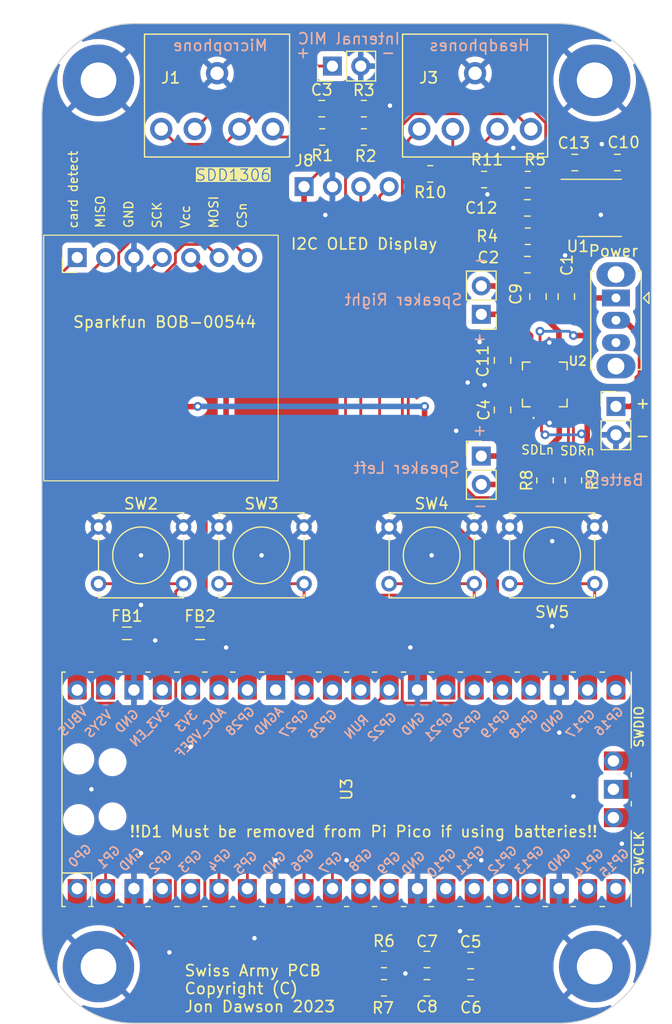
<source format=kicad_pcb>
(kicad_pcb (version 20221018) (generator pcbnew)
  (layers (0 "F.Cu" signal) (31 "B.Cu" signal) (34 "B.Paste" user) (35 "F.Paste" user) (36 "B.SilkS" user "B.Silkscreen") (37 "F.SilkS" user "F.Silkscreen") (38 "B.Mask" user) (39 "F.Mask" user) (44 "Edge.Cuts" user))
  (net 0 "")
  (net 1 "+5V")
  (net 2 "GND")
  (net 3 "Net-(U1A-+)")
  (net 4 "Net-(C3-Pad1)")
  (net 5 "Net-(U1A--)")
  (net 6 "MIC")
  (net 7 "RIGHT")
  (net 8 "Net-(C5-Pad2)")
  (net 9 "LEFT")
  (net 10 "Net-(C6-Pad2)")
  (net 11 "Net-(U2-INR-)")
  (net 12 "Net-(U2-INL-)")
  (net 13 "Net-(U3-VSYS)")
  (net 14 "Net-(U3-3V3)")
  (net 15 "Net-(J1-PadS)")
  (net 16 "Net-(J2-Pin_1)")
  (net 17 "Net-(J4-Pin_1)")
  (net 18 "Net-(J4-Pin_2)")
  (net 19 "Net-(J5-Pin_1)")
  (net 20 "Net-(J5-Pin_2)")
  (net 21 "/PI Pico/SPI_MISO")
  (net 22 "/PI Pico/SPI_SCK")
  (net 23 "/PI Pico/SPI_CSn")
  (net 24 "/PI Pico/SPI_MOSI")
  (net 28 "/PI Pico/SD_CARD")
  (net 32 "/PI Pico/SCL")
  (net 33 "/PI Pico/SDA")
  (net 34 "/PI Pico/BUTTON_A")
  (net 35 "/PI Pico/BUTTON_B")
  (net 36 "+3V3")
  (net 37 "Net-(J6-Pin_1)")
  (net 52 "/PI Pico/BUTTON_C")
  (net 53 "/PI Pico/BUTTON_D")
  (net 55 "Net-(C2-Pad1)")
  (net 56 "Net-(U2-INR+)")
  (net 57 "Net-(U2-INL+)")
  (net 58 "Net-(C5-Pad1)")
  (net 59 "Net-(C6-Pad1)")
  (net 60 "Net-(U2-~{SDL})")
  (net 61 "Net-(U2-~{SDR})")
  (footprint "Capacitor_SMD:C_0805_2012Metric" (layer "F.Cu") (at 134.83 184.15 180)
    (fp_text reference "C7")
    (fp_text value "470n")
  )
  (footprint "MountingHole:MountingHole_3.2mm_M3_Pad" (layer "F.Cu") (at 105.41 105.41)
    (fp_text reference "H2" hide)
    (fp_text value "MountingHole_Pad")
  )
  (footprint "Button_Switch_THT:SW_Tactile_Straight_KSA0Axx1LFTR" (layer "F.Cu") (at 105.41 145.415)
    (fp_text reference "SW2")
    (fp_text value "SW_Push")
  )
  (footprint "things:BOB-00544 MicroSD" (layer "F.Cu") (at 103.505 121.285 90)
    (fp_text reference "J7" hide)
    (fp_text value "Conn_01x07_Pin")
  )
  (footprint "Resistor_SMD:R_0805_2012Metric" (layer "F.Cu") (at 145.415 141.2475 90)
    (fp_text reference "R8")
    (fp_text value "100K")
  )
  (footprint "Capacitor_SMD:C_0805_2012Metric" (layer "F.Cu") (at 134.83 186.69 180)
    (fp_text reference "C8")
    (fp_text value "470n")
  )
  (footprint "Capacitor_SMD:C_0805_2012Metric" (layer "F.Cu") (at 143.83 121.92 180)
    (fp_text reference "C2")
    (fp_text value "10u")
  )
  (footprint "MountingHole:MountingHole_3.2mm_M3_Pad" (layer "F.Cu") (at 149.86 184.785)
    (fp_text reference "H4" hide)
    (fp_text value "MountingHole_Pad")
  )
  (footprint "Capacitor_SMD:C_0805_2012Metric" (layer "F.Cu") (at 125.41 107.95)
    (fp_text reference "C3")
    (fp_text value "100n")
  )
  (footprint "MountingHole:MountingHole_3.2mm_M3_Pad" (layer "F.Cu") (at 105.41 184.785)
    (fp_text reference "H3" hide)
    (fp_text value "MountingHole_Pad")
  )
  (footprint "Resistor_SMD:R_0805_2012Metric" (layer "F.Cu") (at 143.8675 119.38)
    (fp_text reference "R4")
    (fp_text value "1K")
  )
  (footprint "Resistor_SMD:R_0805_2012Metric" (layer "F.Cu") (at 130.9825 184.15)
    (fp_text reference "R6")
    (fp_text value "100" hide)
  )
  (footprint "Button_Switch_THT:SW_Tactile_Straight_KSA0Axx1LFTR" (layer "F.Cu") (at 116.205 145.415)
    (fp_text reference "SW3")
    (fp_text value "SW_Push")
  )
  (footprint "things:QFN50P400X400X80-21N270X270" (layer "F.Cu") (at 145.385 132.65 90)
    (fp_text reference "U2")
    (fp_text value "TPA2012D2RTJT")
  )
  (footprint "things:SDD1306" (layer "F.Cu") (at 127.635 114.935)
    (fp_text reference "J8")
    (fp_text value "I2C Display")
  )
  (footprint "things:jack3.5mm switched" (layer "F.Cu") (at 116.031 100.28)
    (fp_text reference "J1")
    (fp_text value "Microphone")
  )
  (footprint "Resistor_SMD:R_0805_2012Metric" (layer "F.Cu") (at 143.8675 114.3 180)
    (fp_text reference "R5")
    (fp_text value "100K")
  )
  (footprint "Capacitor_SMD:C_0805_2012Metric" (layer "F.Cu") (at 144.78 124.78 -90)
    (fp_text reference "C9")
    (fp_text value "1u")
  )
  (footprint "things:jack3.5mm switched" (layer "F.Cu") (at 139.145 100.28)
    (fp_text reference "J3")
    (fp_text value "Headphone")
  )
  (footprint "Connector_PinHeader_2.54mm:PinHeader_1x02_P2.54mm_Vertical" (layer "F.Cu") (at 151.765 134.62)
    (fp_text reference "J6" hide)
    (fp_text value "Battery")
  )
  (footprint "Inductor_SMD:L_0805_2012Metric" (layer "F.Cu") (at 114.5075 154.94)
    (fp_text reference "FB2")
    (fp_text value "Ferrite_Bead")
  )
  (footprint "Package_SO:SOIC-8_3.9x4.9mm_P1.27mm" (layer "F.Cu") (at 150.303 116.84)
    (fp_text reference "U1")
    (fp_text value "MCP6002-xSN")
  )
  (footprint "Resistor_SMD:R_0805_2012Metric" (layer "F.Cu") (at 129.1825 107.95)
    (fp_text reference "R3")
    (fp_text value "100K")
  )
  (footprint "Resistor_SMD:R_0805_2012Metric" (layer "F.Cu") (at 129.1825 110.49)
    (fp_text reference "R2")
    (fp_text value "100K")
  )
  (footprint "Capacitor_SMD:C_0805_2012Metric" (layer "F.Cu") (at 151.892 112.776 180)
    (fp_text reference "C10")
    (fp_text value "100n")
  )
  (footprint "Resistor_SMD:R_0805_2012Metric" (layer "F.Cu") (at 135.128 113.792 180)
    (fp_text reference "R10")
    (fp_text value "1K")
  )
  (footprint "Button_Switch_THT:SW_Tactile_Straight_KSA0Axx1LFTR" (layer "F.Cu") (at 142.24 145.415)
    (fp_text reference "SW5")
    (fp_text value "SW_Push")
  )
  (footprint "Resistor_SMD:R_0805_2012Metric" (layer "F.Cu") (at 125.4525 110.49 180)
    (fp_text reference "R1")
    (fp_text value "10K")
  )
  (footprint "Capacitor_SMD:C_0805_2012Metric" (layer "F.Cu") (at 138.745 184.245)
    (fp_text reference "C5")
    (fp_text value "1u")
  )
  (footprint "Connector_PinHeader_2.54mm:PinHeader_1x02_P2.54mm_Vertical" (layer "F.Cu") (at 139.7 126.37 180)
    (fp_text reference "J5" hide)
    (fp_text value "Speaker Right")
  )
  (footprint "things:RPi_Pico_SMD_TH" (layer "F.Cu") (at 127.635 168.91 90)
    (fp_text reference "U3")
    (fp_text value "Pico")
  )
  (footprint "MountingHole:MountingHole_3.2mm_M3_Pad" (layer "F.Cu") (at 149.86 105.41)
    (fp_text reference "H1" hide)
    (fp_text value "MountingHole_Pad")
  )
  (footprint "Button_Switch_THT:SW_Tactile_Straight_KSA0Axx1LFTR" (layer "F.Cu") (at 131.445 145.415)
    (fp_text reference "SW4")
    (fp_text value "SW_Push")
  )
  (footprint "Inductor_SMD:L_0805_2012Metric" (layer "F.Cu") (at 107.95 154.94)
    (fp_text reference "FB1")
    (fp_text value "Ferrite_Bead")
  )
  (footprint "Resistor_SMD:R_0805_2012Metric" (layer "F.Cu") (at 147.955 141.2475 90)
    (fp_text reference "R9")
    (fp_text value "100K")
  )
  (footprint "Capacitor_SMD:C_0805_2012Metric" (layer "F.Cu") (at 143.83 116.84 180)
    (fp_text reference "C12")
    (fp_text value "330p")
  )
  (footprint "Button_Switch_THT:SW_Slide_1P2T_CK_OS102011MS2Q" (layer "F.Cu") (at 151.765 124.905 -90)
    (fp_text reference "SW1" hide)
    (fp_text value "SW_SPDT")
  )
  (footprint "Capacitor_SMD:C_0805_2012Metric" (layer "F.Cu") (at 141.605 134.935 90)
    (fp_text reference "C4")
    (fp_text value "1u")
  )
  (footprint "Connector_PinHeader_2.54mm:PinHeader_1x02_P2.54mm_Vertical" (layer "F.Cu") (at 139.7 139.065)
    (fp_text reference "J4" hide)
    (fp_text value "Speaker Left")
  )
  (footprint "Resistor_SMD:R_0805_2012Metric" (layer "F.Cu") (at 130.9825 186.69)
    (fp_text reference "R7")
    (fp_text value "100" hide)
  )
  (footprint "Resistor_SMD:R_0805_2012Metric" (layer "F.Cu") (at 139.954 114.3)
    (fp_text reference "R11")
    (fp_text value "1K")
  )
  (footprint "Capacitor_SMD:C_0805_2012Metric" (layer "F.Cu") (at 147.32 124.78 -90)
    (fp_text reference "C1")
    (fp_text value "10u")
  )
  (footprint "Connector_PinHeader_2.54mm:PinHeader_1x02_P2.54mm_Vertical" (layer "F.Cu") (at 126.365 104.14 90)
    (fp_text reference "J2" hide)
    (fp_text value "Mic")
  )
  (footprint "Capacitor_SMD:C_0805_2012Metric" (layer "F.Cu") (at 138.745 186.69)
    (fp_text reference "C6")
    (fp_text value "1u" hide)
  )
  (footprint "Capacitor_SMD:C_0805_2012Metric" (layer "F.Cu") (at 148.082 112.776 180)
    (fp_text reference "C13")
    (fp_text value "100n")
  )
  (footprint "Capacitor_SMD:C_0805_2012Metric" (layer "F.Cu") (at 141.605 130.495 -90)
    (fp_text reference "C11")
    (fp_text value "1u")
  )
  (gr_poly (pts (arc (start 100.33 181.61) (mid 102.747834 187.447166) (end 108.585 189.865)) (arc (start 146.685 189.865) (mid 152.522166 187.447166) (end 154.94 181.61)) (arc (start 154.94 108.585) (mid 152.522166 102.747834) (end 146.685 100.33)) (arc (start 108.585 100.33) (mid 102.747834 102.747834) (end 100.33 108.585))) (stroke (width 0.1)) (fill none) (layer "Edge.Cuts"))
  (gr_text "-" (at 140.34 144.08) (layer "B.SilkS") (effects (font (size 1 1)) (justify left bottom mirror)))
  (gr_text "-" (at 140.39 122.08) (layer "B.SilkS") (effects (font (size 1 1)) (justify left bottom mirror)))
  (gr_text "Headphones" (at 144.145 102.87) (layer "B.SilkS") (effects (font (size 1 1)) (justify left bottom mirror)))
  (gr_text "Battery" (at 154.34 141.79) (layer "B.SilkS") (effects (font (size 1 1)) (justify left bottom mirror)))
  (gr_text "+" (at 124.46 103.505) (layer "B.SilkS") (effects (font (size 1 1)) (justify left bottom mirror)))
  (gr_text "+" (at 140.28 129.12) (layer "B.SilkS") (effects (font (size 1 1)) (justify left bottom mirror)))
  (gr_text "-" (at 132.08 103.505) (layer "B.SilkS") (effects (font (size 1 1)) (justify left bottom mirror)))
  (gr_text "Speaker Left" (at 137.86 140.72) (layer "B.SilkS") (effects (font (size 1 1)) (justify left bottom mirror)))
  (gr_text "Internal MIC" (at 132.51 102.27) (layer "B.SilkS") (effects (font (size 1 1)) (justify left bottom mirror)))
  (gr_text "Microphone" (at 120.65 102.87) (layer "B.SilkS") (effects (font (size 1 1)) (justify left bottom mirror)))
  (gr_text "+" (at 140.28 137.32) (layer "B.SilkS") (effects (font (size 1 1)) (justify left bottom mirror)))
  (gr_text "Speaker Right" (at 138.09 125.65) (layer "B.SilkS") (effects (font (size 1 1)) (justify left bottom mirror)))
  (gr_text "SDRn" (at 146.685 139.065) (layer "F.SilkS") (effects (font (size 0.8 0.8) (thickness 0.125)) (justify left bottom)))
  (gr_text "!!D1 Must be removed from Pi Pico if using batteries!!" (at 108.11 173.28) (layer "F.SilkS") (effects (font (size 1 1)) (justify left bottom)))
  (gr_text "SDLn" (at 143.2 138.98) (layer "F.SilkS") (effects (font (size 0.8 0.8) (thickness 0.125)) (justify left bottom)))
  (gr_text "card detect" (at 103.61 118.75 90) (layer "F.SilkS") (effects (font (size 0.8 0.8) (thickness 0.125)) (justify left bottom)))
  (gr_text "+" (at 153.45 134.9) (layer "F.SilkS") (effects (font (size 1 1)) (justify left bottom)))
  (gr_text "Sparkfun BOB-00544" (at 103.05 127.65) (layer "F.SilkS") (effects (font (size 1 1)) (justify left bottom)))
  (gr_text "Swiss Army PCB\nCopyright (C) \nJon Dawson 2023" (at 113.03 188.95) (layer "F.SilkS") (effects (font (size 1 1)) (justify left bottom)))
  (gr_text "-" (at 153.43 137.82) (layer "F.SilkS") (effects (font (size 1 1)) (justify left bottom)))
  (gr_text "Power" (at 149.225 121.285) (layer "F.SilkS") (effects (font (size 1 1)) (justify left bottom)))
  (gr_text "SCK" (at 111.125 118.745 90) (layer "F.SilkS") (effects (font (size 0.8 0.8) (thickness 0.125)) (justify left bottom)))
  (gr_text "MISO" (at 106.045 118.71 90) (layer "F.SilkS") (effects (font (size 0.8 0.8) (thickness 0.125)) (justify left bottom)))
  (gr_text "CSn" (at 118.745 118.745 90) (layer "F.SilkS") (effects (font (size 0.8 0.8) (thickness 0.125)) (justify left bottom)))
  (gr_text "GND" (at 108.585 118.71 90) (layer "F.SilkS") (effects (font (size 0.8 0.8) (thickness 0.125)) (justify left bottom)))
  (gr_text "Vcc" (at 113.665 118.745 90) (layer "F.SilkS") (effects (font (size 0.8 0.8) (thickness 0.125)) (justify left bottom)))
  (gr_text "I2C OLED Display" (at 122.555 120.65) (layer "F.SilkS") (effects (font (size 1 1)) (justify left bottom)))
  (gr_text "MOSI" (at 116.205 118.745 90) (layer "F.SilkS") (effects (font (size 0.8 0.8) (thickness 0.125)) (justify left bottom)))
  (segment (start 149.225 125.73) (end 149.225 124.905) (width 0.5) (layer "F.Cu") (net 1))
  (segment (start 145.415 142.16) (end 144.67 142.905) (width 0.5) (layer "F.Cu") (net 1))
  (segment (start 149.1925 137.16) (end 148.764561 137.16) (width 0.5) (layer "F.Cu") (net 1))
  (segment (start 149.1925 137.16) (end 149.1925 140.9225) (width 0.5) (layer "F.Cu") (net 1))
  (segment (start 144.96 129.085305) (end 144.96 127.89) (width 0.25) (layer "F.Cu") (net 1))
  (segment (start 103.505 137.675) (end 106.54 134.64) (width 0.5) (layer "F.Cu") (net 1))
  (segment (start 151.765 124.905) (end 149.225 124.905) (width 0.5) (layer "F.Cu") (net 1))
  (segment (start 149.1925 137.16) (end 149.1925 132.9175) (width 0.5) (layer "F.Cu") (net 1))
  (segment (start 149.1925 140.9225) (end 147.955 142.16) (width 0.5) (layer "F.Cu") (net 1))
  (segment (start 114.28 134.64) (end 114.3 134.62) (width 0.5) (layer "F.Cu") (net 1))
  (segment (start 149.225 128.27) (end 149.225 125.73) (width 0.5) (layer "F.Cu") (net 1))
  (segment (start 109.0125 154.94) (end 107.9625 153.89) (width 0.5) (layer "F.Cu") (net 1))
  (segment (start 145.385 135.442909) (end 145.090083 135.737826) (width 0.25) (layer "F.Cu") (net 1))
  (segment (start 145.385 130.68) (end 145.385 129.510305) (width 0.25) (layer "F.Cu") (net 1))
  (segment (start 103.505 153.035) (end 103.505 137.675) (width 0.5) (layer "F.Cu") (net 1))
  (segment (start 107.9625 153.89) (end 104.36 153.89) (width 0.5) (layer "F.Cu") (net 1))
  (segment (start 145.090083 136.835083) (end 145.415 137.16) (width 0.25) (layer "F.Cu") (net 1))
  (segment (start 149.1925 132.9175) (end 148.425 132.15) (width 0.5) (layer "F.Cu") (net 1))
  (segment (start 149.225 131.35) (end 148.425 132.15) (width 0.5) (layer "F.Cu") (net 1))
  (segment (start 149.225 128.27) (end 147.955 128.27) (width 0.5) (layer "F.Cu") (net 1))
  (segment (start 145.385 134.62) (end 145.385 135.442909) (width 0.25) (layer "F.Cu") (net 1))
  (segment (start 145.385 129.510305) (end 144.96 129.085305) (width 0.25) (layer "F.Cu") (net 1))
  (segment (start 104.36 153.89) (end 103.505 153.035) (width 0.5) (layer "F.Cu") (net 1))
  (segment (start 147.32 125.73) (end 149.225 125.73) (width 0.5) (layer "F.Cu") (net 1))
  (segment (start 147.355 132.15) (end 148.425 132.15) (width 0.25) (layer "F.Cu") (net 1))
  (segment (start 145.090083 135.737826) (end 145.090083 136.835083) (width 0.25) (layer "F.Cu") (net 1))
  (segment (start 144.67 142.905) (end 139.095 142.905) (width 0.5) (layer "F.Cu") (net 1))
  (segment (start 134.62 138.43) (end 134.62 134.62) (width 0.5) (layer "F.Cu") (net 1))
  (segment (start 139.095 142.905) (end 134.62 138.43) (width 0.5) (layer "F.Cu") (net 1))
  (segment (start 148.764561 137.16) (end 148.680193 137.075632) (width 0.5) (layer "F.Cu") (net 1))
  (segment (start 147.955 142.16) (end 145.415 142.16) (width 0.5) (layer "F.Cu") (net 1))
  (segment (start 144.78 125.73) (end 147.32 125.73) (width 0.5) (layer "F.Cu") (net 1))
  (segment (start 149.225 128.27) (end 149.225 131.35) (width 0.5) (layer "F.Cu") (net 1))
  (segment (start 106.54 134.64) (end 114.28 134.64) (width 0.5) (layer "F.Cu") (net 1))
  (via (at 144.96 127.89) (size 0.8) (drill 0.4) (layers "F.Cu" "B.Cu") (net 1))
  (via (at 134.62 134.62) (size 0.8) (drill 0.4) (layers "F.Cu" "B.Cu") (net 1))
  (via (at 145.415 137.16) (size 0.8) (drill 0.4) (layers "F.Cu" "B.Cu") (net 1))
  (via (at 147.955 128.27) (size 0.8) (drill 0.4) (layers "F.Cu" "B.Cu") (net 1))
  (via (at 148.680193 137.075632) (size 0.8) (drill 0.4) (layers "F.Cu" "B.Cu") (net 1))
  (via (at 114.3 134.62) (size 0.8) (drill 0.4) (layers "F.Cu" "B.Cu") (net 1))
  (segment (start 148.595825 137.16) (end 148.680193 137.075632) (width 0.25) (layer "B.Cu") (net 1))
  (segment (start 147.575 127.89) (end 147.955 128.27) (width 0.25) (layer "B.Cu") (net 1))
  (segment (start 134.62 134.62) (end 114.3 134.62) (width 0.5) (layer "B.Cu") (net 1))
  (segment (start 145.415 137.16) (end 148.595825 137.16) (width 0.25) (layer "B.Cu") (net 1))
  (segment (start 144.96 127.89) (end 147.575 127.89) (width 0.25) (layer "B.Cu") (net 1))
  (segment (start 143.306827 129.545) (end 141.605 129.545) (width 0.25) (layer "F.Cu") (net 2))
  (segment (start 140.05 132.65) (end 140 132.7) (width 0.25) (layer "F.Cu") (net 2))
  (segment (start 144.383604 130.306396) (end 144.068223 130.306396) (width 0.25) (layer "F.Cu") (net 2))
  (segment (start 126.365 116.84) (end 125.73 117.475) (width 0.25) (layer "F.Cu") (net 2))
  (segment (start 130.095 107.95) (end 130.15 107.95) (width 0.25) (layer "F.Cu") (net 2))
  (segment (start 141.605 135.885) (end 143.12 135.885) (width 0.25) (layer "F.Cu") (net 2))
  (segment (start 131.25 107.95) (end 131.52 107.68) (width 0.25) (layer "F.Cu") (net 2))
  (segment (start 133.985 160.02) (end 133.985 156.845) (width 0.25) (layer "F.Cu") (net 2))
  (segment (start 145.885 136.025) (end 145.82 136.09) (width 0.25) (layer "F.Cu") (net 2))
  (segment (start 145.885 130.68) (end 145.885 128.985) (width 0.25) (layer "F.Cu") (net 2))
  (segment (start 108.585 177.8) (end 108.585 179.705) (width 0.25) (layer "F.Cu") (net 2))
  (segment (start 143.12 135.885) (end 144.385 134.62) (width 0.25) (layer "F.Cu") (net 2))
  (segment (start 144.068223 130.306396) (end 143.306827 129.545) (width 0.25) (layer "F.Cu") (net 2))
  (segment (start 144.78 123.83) (end 147.32 123.83) (width 0.25) (layer "F.Cu") (net 2))
  (segment (start 145.885 128.985) (end 145.8 128.9) (width 0.25) (layer "F.Cu") (net 2))
  (segment (start 133.88 187.04) (end 133.88 185.92) (width 0.25) (layer "F.Cu") (net 2))
  (segment (start 133.88 186.38) (end 132.9 185.4) (width 0.25) (layer "F.Cu") (net 2))
  (segment (start 130.095 107.95) (end 131.25 107.95) (width 0.25) (layer "F.Cu") (net 2))
  (segment (start 144.385 130.307792) (end 144.383604 130.306396) (width 0.25) (layer "F.Cu") (net 2))
  (segment (start 130.15 107.95) (end 130.16 107.96) (width 0.25) (layer "F.Cu") (net 2))
  (segment (start 133.88 185.92) (end 133.88 184.595) (width 0.25) (layer "F.Cu") (net 2))
  (segment (start 133.985 156.845) (end 133.35 156.21) (width 0.25) (layer "F.Cu") (net 2))
  (segment (start 126.365 114.935) (end 126.365 116.84) (width 0.25) (layer "F.Cu") (net 2))
  (segment (start 133.88 186.69) (end 133.88 186.38) (width 0.25) (layer "F.Cu") (net 2))
  (segment (start 108.585 160.02) (end 108.585 158.115) (width 0.25) (layer "F.Cu") (net 2))
  (segment (start 143.415 132.65) (end 140.05 132.65) (width 0.25) (layer "F.Cu") (net 2))
  (segment (start 149.032 112.156771) (end 149.032 112.776) (width 0.25) (layer "F.Cu") (net 2))
  (segment (start 144.385 130.68) (end 144.385 130.307792) (width 0.25) (layer "F.Cu") (net 2))
  (segment (start 145.885 134.62) (end 145.885 136.025) (width 0.25) (layer "F.Cu") (net 2))
  (segment (start 150.942 112.776) (end 150.942 112.432) (width 0.25) (layer "F.Cu") (net 2))
  (via (at 146.05 154.305) (size 0.8) (drill 0.4) (layers "F.Cu" "B.Cu") (net 2))
  (via (at 131.52 107.68) (size 0.8) (drill 0.4) (layers "F.Cu" "B.Cu") (net 2))
  (via (at 152.29 173.78) (size 0.8) (drill 0.4) (layers "F.Cu" "B.Cu") (net 2))
  (via (at 111.76 183.515) (size 0.8) (drill 0.4) (layers "F.Cu" "B.Cu") (net 2))
  (via (at 138.48 132.48) (size 0.8) (drill 0.4) (layers "F.Cu" "B.Cu") (net 2))
  (via (at 147.21 121.09) (size 0.8) (drill 0.4) (layers "F.Cu" "B.Cu") (net 2))
  (via (at 121.285 175.26) (size 0.8) (drill 0.4) (layers "F.Cu" "B.Cu") (net 2))
  (via (at 133.35 156.21) (size 0.8) (drill 0.4) (layers "F.Cu" "B.Cu") (net 2))
  (via (at 145.82 136.09) (size 0.8) (drill 0.4) (layers "F.Cu" "B.Cu") (net 2))
  (via (at 110.49 155.575) (size 0.8) (drill 0.4) (layers "F.Cu" "B.Cu") (net 2))
  (via (at 116.84 156.21) (size 0.8) (drill 0.4) (layers "F.Cu" "B.Cu") (net 2))
  (via (at 125.73 117.475) (size 0.8) (drill 0.4) (layers "F.Cu" "B.Cu") (net 2))
  (via (at 140 132.7) (size 0.8) (drill 0.4) (layers "F.Cu" "B.Cu") (net 2))
  (via (at 109.22 147.955) (size 0.8) (drill 0.4) (layers "F.Cu" "B.Cu") (net 2))
  (via (at 132.9 185.4) (size 0.8) (drill 0.4) (layers "F.Cu" "B.Cu") (net 2))
  (via (at 145.8 128.9) (size 0.8) (drill 0.4) (layers "F.Cu" "B.Cu") (net 2))
  (via (at 150.495 111.125) (size 0.8) (drill 0.4) (layers "F.Cu" "B.Cu") (net 2))
  (via (at 120.015 147.955) (size 0.8) (drill 0.4) (layers "F.Cu" "B.Cu") (net 2))
  (via (at 142.57 111.47) (size 0.8) (drill 0.4) (layers "F.Cu" "B.Cu") (net 2))
  (via (at 135.255 147.955) (size 0.8) (drill 0.4) (layers "F.Cu" "B.Cu") (net 2))
  (via (at 127.635 175.26) (size 0.8) (drill 0.4) (layers "F.Cu" "B.Cu") (net 2))
  (via (at 113.665 165.1) (size 0.8) (drill 0.4) (layers "F.Cu" "B.Cu") (net 2))
  (via (at 140.25 115.63) (size 0.8) (drill 0.4) (layers "F.Cu" "B.Cu") (net 2))
  (via (at 146.05 146.685) (size 0.8) (drill 0.4) (layers "F.Cu" "B.Cu") (net 2))
  (via (at 146.685 163.83) (size 0.8) (drill 0.4) (layers "F.Cu" "B.Cu") (net 2))
  (via (at 139.55 128.85) (size 0.8) (drill 0.4) (layers "F.Cu" "B.Cu") (net 2))
  (via (at 147.955 169.545) (size 0.8) (drill 0.4) (layers "F.Cu" "B.Cu") (net 2))
  (via (at 137.45 136.8) (size 0.8) (drill 0.4) (layers "F.Cu" "B.Cu") (net 2))
  (via (at 119.38 182.245) (size 0.8) (drill 0.4) (layers "F.Cu" "B.Cu") (net 2))
  (via (at 150.41 117.46) (size 0.8) (drill 0.4) (layers "F.Cu" "B.Cu") (net 2))
  (via (at 109.22 152.4) (size 0.8) (drill 0.4) (layers "F.Cu" "B.Cu") (net 2))
  (via (at 139.7 175.26) (size 0.8) (drill 0.4) (layers "F.Cu" "B.Cu") (net 2))
  (via (at 137.795 181.61) (size 0.8) (drill 0.4) (layers "F.Cu" "B.Cu") (net 2))
  (via (at 104.775 168.91) (size 0.8) (drill 0.4) (layers "F.Cu" "B.Cu") (net 2))
  (via (at 109.22 174.625) (size 0.8) (drill 0.4) (layers "F.Cu" "B.Cu") (net 2))
  (segment (start 144.165229 107.29) (end 147.132 110.256771) (width 0.25) (layer "F.Cu") (net 3))
  (segment (start 148.204751 117.475) (end 149.128 116.551751) (width 0.25) (layer "F.Cu") (net 3))
  (segment (start 144.121229 107.271229) (end 144.14 107.29) (width 0.25) (layer "F.Cu") (net 3))
  (segment (start 147.132 110.256771) (end 147.132 112.776) (width 0.25) (layer "F.Cu") (net 3))
  (segment (start 149.128 114.558) (end 147.346 112.776) (width 0.25) (layer "F.Cu") (net 3))
  (segment (start 130.095 109.775) (end 130.095 110.49) (width 0.25) (layer "F.Cu") (net 3))
  (segment (start 147.828 117.475) (end 148.204751 117.475) (width 0.25) (layer "F.Cu") (net 3))
  (segment (start 128.27 107.95) (end 130.095 109.775) (width 0.25) (layer "F.Cu") (net 3))
  (segment (start 149.128 116.551751) (end 149.128 114.558) (width 0.25) (layer "F.Cu") (net 3))
  (segment (start 144.14 107.29) (end 144.165229 107.29) (width 0.25) (layer "F.Cu") (net 3))
  (segment (start 147.346 112.776) (end 147.132 112.776) (width 0.25) (layer "F.Cu") (net 3))
  (segment (start 126.36 107.95) (end 128.27 107.95) (width 0.25) (layer "F.Cu") (net 3))
  (segment (start 144.121229 107.246) (end 144.121229 107.271229) (width 0.25) (layer "F.Cu") (net 3))
  (segment (start 130.095 110.49) (end 133.339 107.246) (width 0.25) (layer "F.Cu") (net 3))
  (segment (start 133.339 107.246) (end 144.121229 107.246) (width 0.25) (layer "F.Cu") (net 3))
  (segment (start 119.861 107.95) (end 118.031 109.78) (width 0.25) (layer "F.Cu") (net 4))
  (segment (start 112.395 111.144) (end 111.031 109.78) (width 0.25) (layer "F.Cu") (net 4))
  (segment (start 116.667 111.144) (end 112.395 111.144) (width 0.25) (layer "F.Cu") (net 4))
  (segment (start 124.46 107.95) (end 119.861 107.95) (width 0.25) (layer "F.Cu") (net 4))
  (segment (start 118.031 109.78) (end 116.667 111.144) (width 0.25) (layer "F.Cu") (net 4))
  (segment (start 147.828 116.205) (end 145.415 116.205) (width 0.25) (layer "F.Cu") (net 5))
  (segment (start 144.78 116.84) (end 144.78 114.3) (width 0.25) (layer "F.Cu") (net 5))
  (segment (start 144.78 119.38) (end 144.78 116.84) (width 0.25) (layer "F.Cu") (net 5))
  (segment (start 145.415 116.205) (end 144.78 116.84) (width 0.25) (layer "F.Cu") (net 5))
  (segment (start 127.54 150.844) (end 127.54 113.874771) (width 0.25) (layer "F.Cu") (net 6))
  (segment (start 128.2145 151.5185) (end 132.7225 151.5185) (width 0.25) (layer "F.Cu") (net 6))
  (segment (start 137.7 161.195) (end 137.7 156.496) (width 0.25) (layer "F.Cu") (net 6))
  (segment (start 131.45 111.86) (end 129.554771 111.86) (width 0.25) (layer "F.Cu") (net 6))
  (segment (start 132.62 161.005) (end 132.81 161.195) (width 0.25) (layer "F.Cu") (net 6))
  (segment (start 142.88 116.84) (end 142.88 114.375) (width 0.25) (layer "F.Cu") (net 6))
  (segment (start 133.718771 107.696) (end 131.45 109.964771) (width 0.25) (layer "F.Cu") (net 6))
  (segment (start 126.365 158.41) (end 127.73 157.045) (width 0.25) (layer "F.Cu") (net 6))
  (segment (start 146.325 114.935) (end 147.828 114.935) (width 0.25) (layer "F.Cu") (net 6))
  (segment (start 132.81 161.195) (end 137.7 161.195) (width 0.25) (layer "F.Cu") (net 6))
  (segment (start 133.718771 107.696) (end 143.934833 107.696) (width 0.25) (layer "F.Cu") (net 6))
  (segment (start 143.934833 107.696) (end 145.47 109.231167) (width 0.25) (layer "F.Cu") (net 6))
  (segment (start 127.54 150.844) (end 128.2145 151.5185) (width 0.25) (layer "F.Cu") (net 6))
  (segment (start 132.62 157.045) (end 132.62 161.005) (width 0.25) (layer "F.Cu") (net 6))
  (segment (start 145.47 111.785) (end 145.97 112.285) (width 0.25) (layer "F.Cu") (net 6))
  (segment (start 127.73 157.045) (end 132.62 157.045) (width 0.25) (layer "F.Cu") (net 6))
  (segment (start 137.7 156.496) (end 132.7225 151.5185) (width 0.25) (layer "F.Cu") (net 6))
  (segment (start 131.45 109.964771) (end 131.45 111.86) (width 0.25) (layer "F.Cu") (net 6))
  (segment (start 145.97 114.58) (end 146.325 114.935) (width 0.25) (layer "F.Cu") (net 6))
  (segment (start 145.97 112.285) (end 145.97 114.58) (width 0.25) (layer "F.Cu") (net 6))
  (segment (start 145.47 109.231167) (end 145.47 111.785) (width 0.25) (layer "F.Cu") (net 6))
  (segment (start 142.88 114.375) (end 142.955 114.3) (width 0.25) (layer "F.Cu") (net 6))
  (segment (start 129.554771 111.86) (end 127.54 113.874771) (width 0.25) (layer "F.Cu") (net 6))
  (segment (start 142.955 114.3) (end 145.47 111.785) (width 0.25) (layer "F.Cu") (net 6))
  (segment (start 126.365 160.02) (end 126.365 158.41) (width 0.25) (layer "F.Cu") (net 6))
  (segment (start 112.3 173.26) (end 111.76 172.72) (width 0.25) (layer "F.Cu") (net 7))
  (segment (start 115.865 184.15) (end 112.3 180.585) (width 0.25) (layer "F.Cu") (net 7))
  (segment (start 106.68 172.72) (end 106.045 173.355) (width 0.25) (layer "F.Cu") (net 7))
  (segment (start 112.3 180.585) (end 112.3 173.26) (width 0.25) (layer "F.Cu") (net 7))
  (segment (start 130.07 184.15) (end 115.865 184.15) (width 0.25) (layer "F.Cu") (net 7))
  (segment (start 111.76 172.72) (end 106.68 172.72) (width 0.25) (layer "F.Cu") (net 7))
  (segment (start 106.045 173.355) (end 106.045 177.8) (width 0.25) (layer "F.Cu") (net 7))
  (segment (start 142.97 171.165) (end 153.3 160.835) (width 0.25) (layer "F.Cu") (net 8))
  (segment (start 150.98 148.47) (end 140.036156 148.47) (width 0.25) (layer "F.Cu") (net 8))
  (segment (start 153.3 160.835) (end 153.3 150.79) (width 0.25) (layer "F.Cu") (net 8))
  (segment (start 142.97 180.97) (end 142.97 171.165) (width 0.25) (layer "F.Cu") (net 8))
  (segment (start 142.775 108.41) (end 144.145 109.78) (width 0.25) (layer "F.Cu") (net 8))
  (segment (start 132.63 109.421167) (end 133.641167 108.41) (width 0.25) (layer "F.Cu") (net 8))
  (segment (start 140.036156 148.47) (end 132.63 141.063844) (width 0.25) (layer "F.Cu") (net 8))
  (segment (start 132.63 141.063844) (end 132.63 109.421167) (width 0.25) (layer "F.Cu") (net 8))
  (segment (start 153.3 150.79) (end 150.98 148.47) (width 0.25) (layer "F.Cu") (net 8))
  (segment (start 133.641167 108.41) (end 142.775 108.41) (width 0.25) (layer "F.Cu") (net 8))
  (segment (start 139.695 184.245) (end 142.97 180.97) (width 0.25) (layer "F.Cu") (net 8))
  (segment (start 112.300103 186.69) (end 106.385103 180.775) (width 0.25) (layer "F.Cu") (net 9))
  (segment (start 130.07 186.69) (end 112.300103 186.69) (width 0.25) (layer "F.Cu") (net 9))
  (segment (start 106.385103 180.775) (end 104.87 180.775) (width 0.25) (layer "F.Cu") (net 9))
  (segment (start 104.87 180.775) (end 103.505 179.41) (width 0.25) (layer "F.Cu") (net 9))
  (segment (start 103.505 179.41) (end 103.505 177.8) (width 0.25) (layer "F.Cu") (net 9))
  (segment (start 133.16 110.765) (end 133.16 140.957448) (width 0.25) (layer "F.Cu") (net 10))
  (segment (start 145.35 169.5) (end 145.35 181.001827) (width 0.25) (layer "F.Cu") (net 10))
  (segment (start 138.482552 146.28) (end 138.506396 146.28) (width 0.25) (layer "F.Cu") (net 10))
  (segment (start 133.16 140.957448) (end 138.482552 146.28) (width 0.25) (layer "F.Cu") (net 10))
  (segment (start 139.695 186.656827) (end 145.35 181.001827) (width 0.25) (layer "F.Cu") (net 10))
  (segment (start 153.75 150.603604) (end 153.75 151.623604) (width 0.25) (layer "F.Cu") (net 10))
  (segment (start 153.77 151.643604) (end 153.77 161.08) (width 0.25) (layer "F.Cu") (net 10))
  (segment (start 153.77 161.08) (end 145.35 169.5) (width 0.25) (layer "F.Cu") (net 10))
  (segment (start 140.246396 148.02) (end 151.166396 148.02) (width 0.25) (layer "F.Cu") (net 10))
  (segment (start 151.166396 148.02) (end 153.75 150.603604) (width 0.25) (layer "F.Cu") (net 10))
  (segment (start 138.506396 146.28) (end 140.246396 148.02) (width 0.25) (layer "F.Cu") (net 10))
  (segment (start 139.695 186.69) (end 139.695 186.656827) (width 0.25) (layer "F.Cu") (net 10))
  (segment (start 134.145 109.78) (end 133.16 110.765) (width 0.25) (layer "F.Cu") (net 10))
  (segment (start 153.75 151.623604) (end 153.77 151.643604) (width 0.25) (layer "F.Cu") (net 10))
  (segment (start 142.31 132.15) (end 141.605 131.445) (width 0.25) (layer "F.Cu") (net 11))
  (segment (start 143.415 132.15) (end 142.31 132.15) (width 0.25) (layer "F.Cu") (net 11))
  (segment (start 142.44 133.15) (end 141.605 133.985) (width 0.25) (layer "F.Cu") (net 12))
  (segment (start 143.415 133.15) (end 142.44 133.15) (width 0.25) (layer "F.Cu") (net 12))
  (segment (start 106.045 155.7825) (end 106.8875 154.94) (width 0.5) (layer "F.Cu") (net 13))
  (segment (start 106.045 160.02) (end 106.045 155.7825) (width 0.5) (layer "F.Cu") (net 13))
  (segment (start 113.665 155.16) (end 113.445 154.94) (width 0.5) (layer "F.Cu") (net 14))
  (segment (start 113.665 160.02) (end 113.665 155.16) (width 0.5) (layer "F.Cu") (net 14))
  (segment (start 124.54 110.49) (end 121.741 110.49) (width 0.25) (layer "F.Cu") (net 15))
  (segment (start 121.741 110.49) (end 121.031 109.78) (width 0.25) (layer "F.Cu") (net 15))
  (segment (start 114.031 109.78) (end 119.671 104.14) (width 0.25) (layer "F.Cu") (net 16))
  (segment (start 119.671 104.14) (end 126.365 104.14) (width 0.25) (layer "F.Cu") (net 16))
  (segment (start 144.885 135.128604) (end 144.145 135.868604) (width 0.25) (layer "F.Cu") (net 17))
  (segment (start 144.14 137.795) (end 144.14 135.895) (width 0.5) (layer "F.Cu") (net 17))
  (segment (start 144.145 135.868604) (end 144.145 135.89) (width 0.25) (layer "F.Cu") (net 17))
  (segment (start 144.14 135.895) (end 144.145 135.89) (width 0.5) (layer "F.Cu") (net 17))
  (segment (start 142.87 139.065) (end 139.7 139.065) (width 0.5) (layer "F.Cu") (net 17))
  (segment (start 144.885 134.62) (end 144.885 135.128604) (width 0.25) (layer "F.Cu") (net 17))
  (segment (start 144.14 137.795) (end 142.87 139.065) (width 0.5) (layer "F.Cu") (net 17))
  (segment (start 146.685 137.362551) (end 142.442551 141.605) (width 0.5) (layer "F.Cu") (net 18))
  (segment (start 142.442551 141.605) (end 139.7 141.605) (width 0.5) (layer "F.Cu") (net 18))
  (segment (start 146.385 134.62) (end 146.385 135.59) (width 0.25) (layer "F.Cu") (net 18))
  (segment (start 146.385 135.59) (end 146.685 135.89) (width 0.25) (layer "F.Cu") (net 18))
  (segment (start 146.685 135.89) (end 146.685 137.362551) (width 0.5) (layer "F.Cu") (net 18))
  (segment (start 144.885 130.171396) (end 144.253604 129.54) (width 0.25) (layer "F.Cu") (net 19))
  (segment (start 144.115 128.27) (end 142.215 126.37) (width 0.5) (layer "F.Cu") (net 19))
  (segment (start 144.115 128.27) (end 144.115 129.54) (width 0.5) (layer "F.Cu") (net 19))
  (segment (start 144.253604 129.54) (end 144.115 129.54) (width 0.25) (layer "F.Cu") (net 19))
  (segment (start 144.885 130.68) (end 144.885 130.171396) (width 0.25) (layer "F.Cu") (net 19))
  (segment (start 142.215 126.37) (end 139.7 126.37) (width 0.5) (layer "F.Cu") (net 19))
  (segment (start 143.825 126.68) (end 140.97 123.825) (width 0.5) (layer "F.Cu") (net 20))
  (segment (start 140.965 123.83) (end 139.7 123.83) (width 0.5) (layer "F.Cu") (net 20))
  (segment (start 146.655 127.92) (end 145.415 126.68) (width 0.5) (layer "F.Cu") (net 20))
  (segment (start 145.415 126.68) (end 143.825 126.68) (width 0.5) (layer "F.Cu") (net 20))
  (segment (start 146.655 129.54) (end 146.655 127.92) (width 0.5) (layer "F.Cu") (net 20))
  (segment (start 140.97 123.825) (end 140.965 123.83) (width 0.5) (layer "F.Cu") (net 20))
  (segment (start 146.385 130.68) (end 146.655 130.41) (width 0.25) (layer "F.Cu") (net 20))
  (segment (start 146.655 130.41) (end 146.655 129.54) (width 0.25) (layer "F.Cu") (net 20))
  (segment (start 116.205 173.359188) (end 105.390812 162.545) (width 0.25) (layer "F.Cu") (net 21))
  (segment (start 102.322208 162.545) (end 101.05 161.272792) (width 0.25) (layer "F.Cu") (net 21))
  (segment (start 101.05 126.28) (end 106.045 121.285) (width 0.25) (layer "F.Cu") (net 21))
  (segment (start 101.05 161.272792) (end 101.05 126.28) (width 0.25) (layer "F.Cu") (net 21))
  (segment (start 105.390812 162.545) (end 102.322208 162.545) (width 0.25) (layer "F.Cu") (net 21))
  (segment (start 116.205 177.8) (end 116.205 173.359188) (width 0.25) (layer "F.Cu") (net 21))
  (segment (start 105.763604 161.645) (end 117.023604 172.905) (width 0.25) (layer "F.Cu") (net 22))
  (segment (start 108.17 122.903604) (end 101.95 129.123604) (width 0.25) (layer "F.Cu") (net 22))
  (segment (start 101.95 129.123604) (end 101.95 160.815) (width 0.25) (layer "F.Cu") (net 22))
  (segment (start 102.78 161.645) (end 105.763604 161.645) (width 0.25) (layer "F.Cu") (net 22))
  (segment (start 123.825 173.353604) (end 123.825 177.8) (width 0.25) (layer "F.Cu") (net 22))
  (segment (start 109.506396 122.903604) (end 108.17 122.903604) (width 0.25) (layer "F.Cu") (net 22))
  (segment (start 123.376396 172.905) (end 123.825 173.353604) (width 0.25) (layer "F.Cu") (net 22))
  (segment (start 101.95 160.815) (end 102.78 161.645) (width 0.25) (layer "F.Cu") (net 22))
  (segment (start 111.125 121.285) (end 109.506396 122.903604) (width 0.25) (layer "F.Cu") (net 22))
  (segment (start 117.023604 172.905) (end 123.376396 172.905) (width 0.25) (layer "F.Cu") (net 22))
  (segment (start 101.5 128.937208) (end 107.22 123.217208) (width 0.25) (layer "F.Cu") (net 23))
  (segment (start 102.593604 162.095) (end 101.5 161.001396) (width 0.25) (layer "F.Cu") (net 23))
  (segment (start 105.577208 162.095) (end 118.745 175.262792) (width 0.25) (layer "F.Cu") (net 23))
  (segment (start 108.44 119.66) (end 117.12 119.66) (width 0.25) (layer "F.Cu") (net 23))
  (segment (start 107.22 120.88) (end 108.44 119.66) (width 0.25) (layer "F.Cu") (net 23))
  (segment (start 118.745 177.8) (end 118.745 175.262792) (width 0.25) (layer "F.Cu") (net 23))
  (segment (start 107.22 123.217208) (end 107.22 120.88) (width 0.25) (layer "F.Cu") (net 23))
  (segment (start 105.577208 162.095) (end 102.593604 162.095) (width 0.25) (layer "F.Cu") (net 23))
  (segment (start 101.5 161.001396) (end 101.5 128.937208) (width 0.25) (layer "F.Cu") (net 23))
  (segment (start 117.12 119.66) (end 118.745 121.285) (width 0.25) (layer "F.Cu") (net 23))
  (segment (start 124.832792 172.455) (end 118.482792 172.455) (width 0.25) (layer "F.Cu") (net 24))
  (segment (start 115.03 120.11) (end 116.205 121.285) (width 0.25) (layer "F.Cu") (net 24))
  (segment (start 102.51 155.6) (end 102.42 155.51) (width 0.25) (layer "F.Cu") (net 24))
  (segment (start 113.08 120.11) (end 115.03 120.11) (width 0.25) (layer "F.Cu") (net 24))
  (segment (start 118.482792 172.455) (end 107.222792 161.195) (width 0.25) (layer "F.Cu") (net 24))
  (segment (start 126.365 177.8) (end 126.365 173.987208) (width 0.25) (layer "F.Cu") (net 24))
  (segment (start 112.3 120.89) (end 113.08 120.11) (width 0.25) (layer "F.Cu") (net 24))
  (segment (start 104.87 157.18) (end 103.29 155.6) (width 0.25) (layer "F.Cu") (net 24))
  (segment (start 112.3 121.771701) (end 112.3 120.89) (width 0.25) (layer "F.Cu") (net 24))
  (segment (start 102.42 129.39) (end 104.681701 129.39) (width 0.25) (layer "F.Cu") (net 24))
  (segment (start 103.29 155.6) (end 102.51 155.6) (width 0.25) (layer "F.Cu") (net 24))
  (segment (start 102.42 155.51) (end 102.42 129.39) (width 0.25) (layer "F.Cu") (net 24))
  (segment (start 104.681701 129.39) (end 112.3 121.771701) (width 0.25) (layer "F.Cu") (net 24))
  (segment (start 126.365 173.987208) (end 124.832792 172.455) (width 0.25) (layer "F.Cu") (net 24))
  (segment (start 104.87 161.195) (end 104.87 157.18) (width 0.25) (layer "F.Cu") (net 24))
  (segment (start 107.222792 161.195) (end 104.87 161.195) (width 0.25) (layer "F.Cu") (net 24))
  (segment (start 114.614708 172.405292) (end 105.204416 162.995) (width 0.25) (layer "F.Cu") (net 28))
  (segment (start 128.905 181.61) (end 127 183.515) (width 0.25) (layer "F.Cu") (net 28))
  (segment (start 100.6 162.07) (end 100.6 124.19) (width 0.25) (layer "F.Cu") (net 28))
  (segment (start 127 183.515) (end 116.205 183.515) (width 0.25) (layer "F.Cu") (net 28))
  (segment (start 101.525 162.995) (end 100.6 162.07) (width 0.25) (layer "F.Cu") (net 28))
  (segment (start 105.204416 162.995) (end 101.525 162.995) (width 0.25) (layer "F.Cu") (net 28))
  (segment (start 128.905 177.8) (end 128.905 181.61) (width 0.25) (layer "F.Cu") (net 28))
  (segment (start 114.935 182.245) (end 114.935 172.725584) (width 0.25) (layer "F.Cu") (net 28))
  (segment (start 114.935 172.725584) (end 114.614708 172.405292) (width 0.25) (layer "F.Cu") (net 28))
  (segment (start 100.6 124.19) (end 103.505 121.285) (width 0.25) (layer "F.Cu") (net 28))
  (segment (start 116.205 183.515) (end 114.935 182.245) (width 0.25) (layer "F.Cu") (net 28))
  (segment (start 140.26 149.982792) (end 140.26 158.675) (width 0.25) (layer "F.Cu") (net 32))
  (segment (start 128.905 114.935) (end 128.905 138.627792) (width 0.25) (layer "F.Cu") (net 32))
  (segment (start 128.905 138.627792) (end 140.26 149.982792) (width 0.25) (layer "F.Cu") (net 32))
  (segment (start 140.26 158.675) (end 141.605 160.02) (width 0.25) (layer "F.Cu") (net 32))
  (segment (start 144.145 157.335) (end 141.16 154.35) (width 0.25) (layer "F.Cu") (net 33))
  (segment (start 130.595 139.66524) (end 130.595 115.785) (width 0.25) (layer "F.Cu") (net 33))
  (segment (start 130.595 115.785) (end 131.445 114.935) (width 0.25) (layer "F.Cu") (net 33))
  (segment (start 144.145 160.02) (end 144.145 157.335) (width 0.25) (layer "F.Cu") (net 33))
  (segment (start 141.16 150.23024) (end 130.595 139.66524) (width 0.25) (layer "F.Cu") (net 33))
  (segment (start 141.16 154.35) (end 141.16 150.23024) (width 0.25) (layer "F.Cu") (net 33))
  (segment (start 105.41 150.495) (end 113.03 150.495) (width 0.25) (layer "F.Cu") (net 34))
  (segment (start 112.3315 151.1935) (end 112.3315 161.2265) (width 0.25) (layer "F.Cu") (net 34))
  (segment (start 112.3315 161.2265) (end 113.03 161.925) (width 0.25) (layer "F.Cu") (net 34))
  (segment (start 113.03 150.495) (end 112.3315 151.1935) (width 0.25) (layer "F.Cu") (net 34))
  (segment (start 113.03 161.925) (end 129.54 161.925) (width 0.25) (layer "F.Cu") (net 34))
  (segment (start 129.54 161.925) (end 131.445 160.02) (width 0.25) (layer "F.Cu") (net 34))
  (segment (start 135.255 154.94) (end 125.095 154.94) (width 0.25) (layer "F.Cu") (net 35))
  (segment (start 136.525 160.02) (end 136.525 156.21) (width 0.25) (layer "F.Cu") (net 35))
  (segment (start 123.825 153.67) (end 123.825 150.495) (width 0.25) (layer "F.Cu") (net 35))
  (segment (start 116.205 150.495) (end 123.825 150.495) (width 0.25) (layer "F.Cu") (net 35))
  (segment (start 125.095 154.94) (end 123.825 153.67) (width 0.25) (layer "F.Cu") (net 35))
  (segment (start 136.525 156.21) (end 135.255 154.94) (width 0.25) (layer "F.Cu") (net 35))
  (segment (start 117.475 154.305) (end 117.475 153.67) (width 0.5) (layer "F.Cu") (net 36))
  (segment (start 116.84 153.035) (end 115.57 153.035) (width 0.5) (layer "F.Cu") (net 36))
  (segment (start 125.285 109.41) (end 126.365 110.49) (width 0.25) (layer "F.Cu") (net 36))
  (segment (start 126.365 112.395) (end 123.825 114.935) (width 0.25) (layer "F.Cu") (net 36))
  (segment (start 123.825 120.225) (end 123.825 114.935) (width 0.5) (layer "F.Cu") (net 36))
  (segment (start 144.191625 106.68) (end 126.091827 106.68) (width 0.25) (layer "F.Cu") (net 36))
  (segment (start 147.491625 109.98) (end 144.191625 106.68) (width 0.25) (layer "F.Cu") (net 36))
  (segment (start 115.57 123.19) (end 113.665 121.285) (width 0.5) (layer "F.Cu") (net 36))
  (segment (start 115.57 153.035) (end 114.935 152.4) (width 0.5) (layer "F.Cu") (net 36))
  (segment (start 114.935 152.4) (end 114.935 142.24) (width 0.5) (layer "F.Cu") (net 36))
  (segment (start 115.57 154.94) (end 116.84 154.94) (width 0.5) (layer "F.Cu") (net 36))
  (segment (start 126.091827 106.68) (end 125.285 107.486827) (width 0.25) (layer "F.Cu") (net 36))
  (segment (start 152.28 109.98) (end 147.491625 109.98) (width 0.25) (layer "F.Cu") (net 36))
  (segment (start 152.842 110.542) (end 152.28 109.98) (width 0.25) (layer "F.Cu") (net 36))
  (segment (start 114.935 142.24) (end 116.84 140.335) (width 0.5) (layer "F.Cu") (net 36))
  (segment (start 126.365 110.49) (end 126.365 112.395) (width 0.25) (layer "F.Cu") (net 36))
  (segment (start 116.84 140.335) (end 116.84 123.19) (width 0.5) (layer "F.Cu") (net 36))
  (segment (start 152.842 114.871) (end 152.778 114.935) (width 0.25) (layer "F.Cu") (net 36))
  (segment (start 116.84 123.19) (end 115.57 123.19) (width 0.5) (layer "F.Cu") (net 36))
  (segment (start 152.842 112.776) (end 152.842 110.542) (width 0.25) (layer "F.Cu") (net 36))
  (segment (start 116.84 154.94) (end 117.475 154.305) (width 0.5) (layer "F.Cu") (net 36))
  (segment (start 117.475 153.67) (end 116.84 153.035) (width 0.5) (layer "F.Cu") (net 36))
  (segment (start 125.285 107.486827) (end 125.285 109.41) (width 0.25) (layer "F.Cu") (net 36))
  (segment (start 120.86 123.19) (end 123.825 120.225) (width 0.5) (layer "F.Cu") (net 36))
  (segment (start 128.27 110.49) (end 126.365 110.49) (width 0.25) (layer "F.Cu") (net 36))
  (segment (start 152.842 112.776) (end 152.842 114.871) (width 0.25) (layer "F.Cu") (net 36))
  (segment (start 116.84 123.19) (end 120.86 123.19) (width 0.5) (layer "F.Cu") (net 36))
  (segment (start 151.765 134.62) (end 153.115 134.62) (width 0.5) (layer "F.Cu") (net 37))
  (segment (start 153.965 131.785) (end 153.965 128.355) (width 0.5) (layer "F.Cu") (net 37))
  (segment (start 153.965 128.355) (end 152.515 126.905) (width 0.5) (layer "F.Cu") (net 37))
  (segment (start 153.115 134.62) (end 153.67 134.065) (width 0.5) (layer "F.Cu") (net 37))
  (segment (start 153.67 134.065) (end 153.67 132.08) (width 0.5) (layer "F.Cu") (net 37))
  (segment (start 152.515 126.905) (end 151.765 126.905) (width 0.5) (layer "F.Cu") (net 37))
  (segment (start 153.67 132.08) (end 153.965 131.785) (width 0.5) (layer "F.Cu") (net 37))
  (segment (start 139.065 150.495) (end 131.445 150.495) (width 0.25) (layer "F.Cu") (net 52))
  (segment (start 139.065 160.02) (end 139.065 150.495) (width 0.25) (layer "F.Cu") (net 52))
  (segment (start 142.24 150.495) (end 149.86 150.495) (width 0.25) (layer "F.Cu") (net 53))
  (segment (start 149.86 154.94) (end 149.225 155.575) (width 0.25) (layer "F.Cu") (net 53))
  (segment (start 149.86 150.495) (end 149.86 154.94) (width 0.25) (layer "F.Cu") (net 53))
  (segment (start 149.225 155.575) (end 149.225 160.02) (width 0.25) (layer "F.Cu") (net 53))
  (segment (start 144.78 121.92) (end 144.78 121.205) (width 0.25) (layer "F.Cu") (net 55))
  (segment (start 144.78 121.205) (end 142.955 119.38) (width 0.25) (layer "F.Cu") (net 55))
  (segment (start 137.6 114.3) (end 137.6 129.54) (width 0.25) (layer "F.Cu") (net 56))
  (segment (start 142.92 130.52) (end 143.415 131.015) (width 0.25) (layer "F.Cu") (net 56))
  (segment (start 141.145 109.78) (end 137.6 113.325) (width 0.25) (layer "F.Cu") (net 56))
  (segment (start 139.0415 114.3) (end 137.6 114.3) (width 0.25) (layer "F.Cu") (net 56))
  (segment (start 137.6 113.325) (end 137.6 114.3) (width 0.25) (layer "F.Cu") (net 56))
  (segment (start 143.415 131.015) (end 143.415 131.65) (width 0.25) (layer "F.Cu") (net 56))
  (segment (start 138.58 130.52) (end 142.92 130.52) (width 0.25) (layer "F.Cu") (net 56))
  (segment (start 137.6 129.54) (end 138.58 130.52) (width 0.25) (layer "F.Cu") (net 56))
  (segment (start 137.16 131.078173) (end 137.145 131.063173) (width 0.25) (layer "F.Cu") (net 57))
  (segment (start 142.068173 135.06) (end 138.235 135.06) (width 0.25) (layer "F.Cu") (net 57))
  (segment (start 143.415 133.713173) (end 142.068173 135.06) (width 0.25) (layer "F.Cu") (net 57))
  (segment (start 137.145 113.792) (end 137.145 109.78) (width 0.25) (layer "F.Cu") (net 57))
  (segment (start 143.415 133.65) (end 143.415 133.713173) (width 0.25) (layer "F.Cu") (net 57))
  (segment (start 136.0405 113.792) (end 137.145 113.792) (width 0.25) (layer "F.Cu") (net 57))
  (segment (start 138.235 135.06) (end 137.16 133.985) (width 0.25) (layer "F.Cu") (net 57))
  (segment (start 137.16 133.985) (end 137.16 131.078173) (width 0.25) (layer "F.Cu") (net 57))
  (segment (start 137.145 131.063173) (end 137.145 113.792) (width 0.25) (layer "F.Cu") (net 57))
  (segment (start 135.78 182.84) (end 135.24 182.3) (width 0.25) (layer "F.Cu") (net 58))
  (segment (start 131.895 182.595) (end 131.895 184.15) (width 0.25) (layer "F.Cu") (net 58))
  (segment (start 135.78 184.15) (end 135.78 182.84) (width 0.25) (layer "F.Cu") (net 58))
  (segment (start 132.19 182.3) (end 131.895 182.595) (width 0.25) (layer "F.Cu") (net 58))
  (segment (start 135.24 182.3) (end 132.19 182.3) (width 0.25) (layer "F.Cu") (net 58))
  (segment (start 135.78 184.15) (end 137.7 184.15) (width 0.25) (layer "F.Cu") (net 58))
  (segment (start 137.7 184.15) (end 137.795 184.245) (width 0.25) (layer "F.Cu") (net 58))
  (segment (start 131.895 187.615) (end 132.7 188.42) (width 0.25) (layer "F.Cu") (net 59))
  (segment (start 131.895 186.69) (end 131.895 187.615) (width 0.25) (layer "F.Cu") (net 59))
  (segment (start 135.78 186.69) (end 137.795 186.69) (width 0.25) (layer "F.Cu") (net 59))
  (segment (start 135.11 188.42) (end 135.78 187.75) (width 0.25) (layer "F.Cu") (net 59))
  (segment (start 135.11 188.42) (end 132.7 188.42) (width 0.25) (layer "F.Cu") (net 59))
  (segment (start 135.78 187.75) (end 135.78 186.69) (width 0.25) (layer "F.Cu") (net 59))
  (segment (start 147.768604 134.17) (end 147.84005 134.17) (width 0.25) (layer "F.Cu") (net 60))
  (segment (start 147.505 134.433604) (end 147.768604 134.17) (width 0.25) (layer "F.Cu") (net 60))
  (segment (start 145.415 140.335) (end 147.505 138.245) (width 0.25) (layer "F.Cu") (net 60))
  (segment (start 147.505 138.245) (end 147.505 134.433604) (width 0.25) (layer "F.Cu") (net 60))
  (segment (start 148.1 133.91005) (end 148.1 133.38995) (width 0.25) (layer "F.Cu") (net 60))
  (segment (start 147.84005 134.17) (end 148.1 133.91005) (width 0.25) (layer "F.Cu") (net 60))
  (segment (start 147.86005 133.15) (end 147.355 133.15) (width 0.25) (layer "F.Cu") (net 60))
  (segment (start 148.1 133.38995) (end 147.86005 133.15) (width 0.25) (layer "F.Cu") (net 60))
  (segment (start 148.026446 134.62) (end 148.59 134.056446) (width 0.25) (layer "F.Cu") (net 61))
  (segment (start 147.996446 132.65) (end 147.355 132.65) (width 0.25) (layer "F.Cu") (net 61))
  (segment (start 148.59 133.243554) (end 147.996446 132.65) (width 0.25) (layer "F.Cu") (net 61))
  (segment (start 148.59 134.056446) (end 148.59 133.243554) (width 0.25) (layer "F.Cu") (net 61))
  (segment (start 147.955 134.62) (end 148.026446 134.62) (width 0.25) (layer "F.Cu") (net 61))
  (segment (start 147.955 140.335) (end 147.955 134.62) (width 0.25) (layer "F.Cu") (net 61))
  (zone locked (net 2) (net_name "GND") (layers "F&B.Cu") (connect_pads (clearance 0.5)) (min_thickness 0.25) (fill yes (thermal_gap 0.5) (thermal_bridge_width 0.5))
    (polygon (pts (xy 121.92 100.33) (xy 154.94 100.33) (xy 154.94 189.865) (xy 100.33 189.865) (xy 100.33 100.33) (xy 110.49 100.33) (xy 111.76 100.33) (xy 116.205 100.33)))
  )
)
</source>
